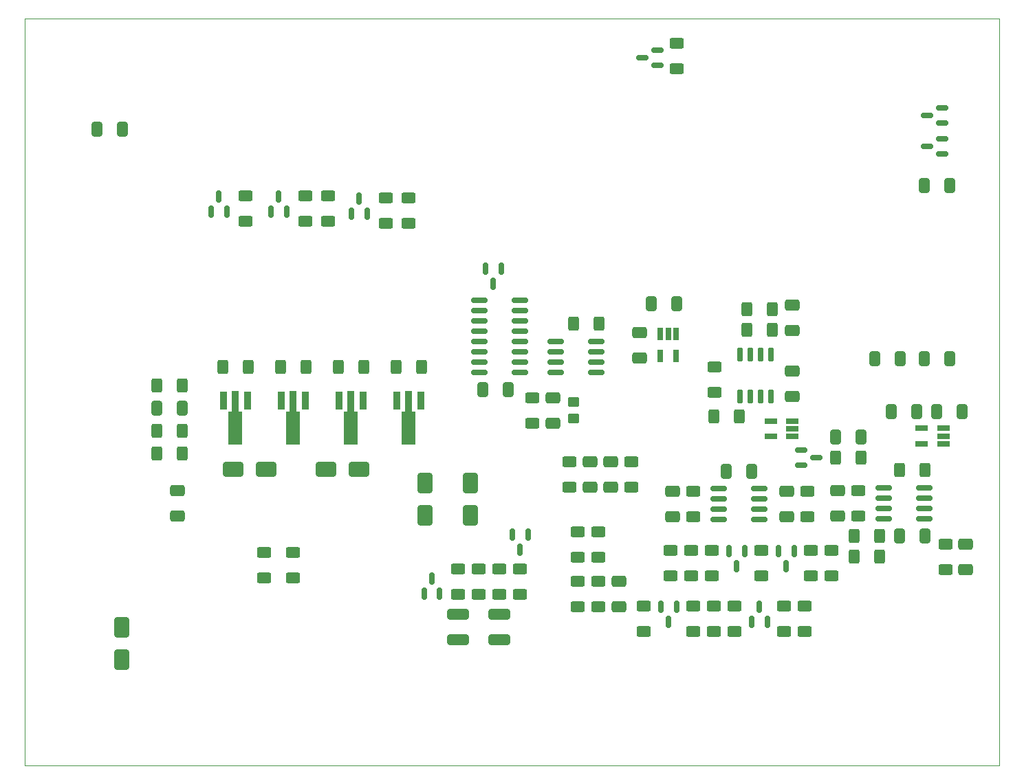
<source format=gbr>
%TF.GenerationSoftware,KiCad,Pcbnew,7.0.7*%
%TF.CreationDate,2025-07-01T12:31:18-10:00*%
%TF.ProjectId,Controller,436f6e74-726f-46c6-9c65-722e6b696361,New*%
%TF.SameCoordinates,Original*%
%TF.FileFunction,Paste,Bot*%
%TF.FilePolarity,Positive*%
%FSLAX46Y46*%
G04 Gerber Fmt 4.6, Leading zero omitted, Abs format (unit mm)*
G04 Created by KiCad (PCBNEW 7.0.7) date 2025-07-01 12:31:18*
%MOMM*%
%LPD*%
G01*
G04 APERTURE LIST*
G04 Aperture macros list*
%AMRoundRect*
0 Rectangle with rounded corners*
0 $1 Rounding radius*
0 $2 $3 $4 $5 $6 $7 $8 $9 X,Y pos of 4 corners*
0 Add a 4 corners polygon primitive as box body*
4,1,4,$2,$3,$4,$5,$6,$7,$8,$9,$2,$3,0*
0 Add four circle primitives for the rounded corners*
1,1,$1+$1,$2,$3*
1,1,$1+$1,$4,$5*
1,1,$1+$1,$6,$7*
1,1,$1+$1,$8,$9*
0 Add four rect primitives between the rounded corners*
20,1,$1+$1,$2,$3,$4,$5,0*
20,1,$1+$1,$4,$5,$6,$7,0*
20,1,$1+$1,$6,$7,$8,$9,0*
20,1,$1+$1,$8,$9,$2,$3,0*%
%AMFreePoly0*
4,1,9,5.362500,-0.866500,1.237500,-0.866500,1.237500,-0.450000,-1.237500,-0.450000,-1.237500,0.450000,1.237500,0.450000,1.237500,0.866500,5.362500,0.866500,5.362500,-0.866500,5.362500,-0.866500,$1*%
G04 Aperture macros list end*
%ADD10RoundRect,0.250000X0.625000X-0.400000X0.625000X0.400000X-0.625000X0.400000X-0.625000X-0.400000X0*%
%ADD11RoundRect,0.250000X-0.650000X0.412500X-0.650000X-0.412500X0.650000X-0.412500X0.650000X0.412500X0*%
%ADD12RoundRect,0.250000X-0.625000X0.400000X-0.625000X-0.400000X0.625000X-0.400000X0.625000X0.400000X0*%
%ADD13RoundRect,0.250000X0.412500X0.650000X-0.412500X0.650000X-0.412500X-0.650000X0.412500X-0.650000X0*%
%ADD14RoundRect,0.250000X-0.650000X1.000000X-0.650000X-1.000000X0.650000X-1.000000X0.650000X1.000000X0*%
%ADD15RoundRect,0.250000X-1.000000X-0.650000X1.000000X-0.650000X1.000000X0.650000X-1.000000X0.650000X0*%
%ADD16RoundRect,0.250000X0.650000X-1.000000X0.650000X1.000000X-0.650000X1.000000X-0.650000X-1.000000X0*%
%ADD17RoundRect,0.250000X0.400000X0.625000X-0.400000X0.625000X-0.400000X-0.625000X0.400000X-0.625000X0*%
%ADD18RoundRect,0.250000X-1.075000X0.400000X-1.075000X-0.400000X1.075000X-0.400000X1.075000X0.400000X0*%
%ADD19RoundRect,0.250000X-0.412500X-0.650000X0.412500X-0.650000X0.412500X0.650000X-0.412500X0.650000X0*%
%ADD20RoundRect,0.250000X-0.400000X-0.625000X0.400000X-0.625000X0.400000X0.625000X-0.400000X0.625000X0*%
%ADD21RoundRect,0.250000X0.650000X-0.412500X0.650000X0.412500X-0.650000X0.412500X-0.650000X-0.412500X0*%
%ADD22RoundRect,0.150000X0.587500X0.150000X-0.587500X0.150000X-0.587500X-0.150000X0.587500X-0.150000X0*%
%ADD23RoundRect,0.150000X0.825000X0.150000X-0.825000X0.150000X-0.825000X-0.150000X0.825000X-0.150000X0*%
%ADD24RoundRect,0.150000X-0.150000X0.587500X-0.150000X-0.587500X0.150000X-0.587500X0.150000X0.587500X0*%
%ADD25RoundRect,0.150000X0.150000X-0.587500X0.150000X0.587500X-0.150000X0.587500X-0.150000X-0.587500X0*%
%ADD26RoundRect,0.150000X-0.825000X-0.150000X0.825000X-0.150000X0.825000X0.150000X-0.825000X0.150000X0*%
%ADD27R,1.560000X0.650000*%
%ADD28RoundRect,0.150000X0.150000X-0.725000X0.150000X0.725000X-0.150000X0.725000X-0.150000X-0.725000X0*%
%ADD29R,0.650000X1.560000*%
%ADD30RoundRect,0.250000X0.450000X-0.350000X0.450000X0.350000X-0.450000X0.350000X-0.450000X-0.350000X0*%
%ADD31RoundRect,0.150000X-0.587500X-0.150000X0.587500X-0.150000X0.587500X0.150000X-0.587500X0.150000X0*%
%ADD32R,0.900000X2.300000*%
%ADD33FreePoly0,270.000000*%
%TA.AperFunction,Profile*%
%ADD34C,0.050000*%
%TD*%
G04 APERTURE END LIST*
D10*
%TO.C,R47*%
X109728000Y-128042000D03*
X109728000Y-124942000D03*
%TD*%
D11*
%TO.C,C29*%
X111252000Y-110197500D03*
X111252000Y-113322500D03*
%TD*%
%TO.C,C30*%
X113792000Y-110197500D03*
X113792000Y-113322500D03*
%TD*%
%TO.C,C31*%
X114808000Y-124929500D03*
X114808000Y-128054500D03*
%TD*%
D12*
%TO.C,R48*%
X116332000Y-110210000D03*
X116332000Y-113310000D03*
%TD*%
%TO.C,R49*%
X108712000Y-110210000D03*
X108712000Y-113310000D03*
%TD*%
D10*
%TO.C,R50*%
X112268000Y-128042000D03*
X112268000Y-124942000D03*
%TD*%
D13*
%TO.C,C5*%
X53632500Y-69215000D03*
X50507500Y-69215000D03*
%TD*%
D14*
%TO.C,D1*%
X53594000Y-130588000D03*
X53594000Y-134588000D03*
%TD*%
D11*
%TO.C,C4*%
X60452000Y-113753500D03*
X60452000Y-116878500D03*
%TD*%
D15*
%TO.C,D2*%
X67310000Y-111125000D03*
X71310000Y-111125000D03*
%TD*%
D16*
%TO.C,D4*%
X90932000Y-116808000D03*
X90932000Y-112808000D03*
%TD*%
D10*
%TO.C,R12*%
X123698000Y-124232000D03*
X123698000Y-121132000D03*
%TD*%
%TO.C,R18*%
X126238000Y-124232000D03*
X126238000Y-121132000D03*
%TD*%
%TO.C,R17*%
X121158000Y-124232000D03*
X121158000Y-121132000D03*
%TD*%
%TO.C,R22*%
X138010500Y-116993000D03*
X138010500Y-113893000D03*
%TD*%
D17*
%TO.C,R33*%
X76226000Y-98552000D03*
X73126000Y-98552000D03*
%TD*%
D11*
%TO.C,C28*%
X135470500Y-113880500D03*
X135470500Y-117005500D03*
%TD*%
D17*
%TO.C,R34*%
X69114000Y-98552000D03*
X66014000Y-98552000D03*
%TD*%
D12*
%TO.C,R11*%
X123952000Y-127990000D03*
X123952000Y-131090000D03*
%TD*%
%TO.C,R45*%
X109728000Y-118846000D03*
X109728000Y-121946000D03*
%TD*%
%TO.C,R46*%
X112268000Y-118846000D03*
X112268000Y-121946000D03*
%TD*%
D10*
%TO.C,R39*%
X94996000Y-126518000D03*
X94996000Y-123418000D03*
%TD*%
D12*
%TO.C,R35*%
X97536000Y-123444000D03*
X97536000Y-126544000D03*
%TD*%
D18*
%TO.C,R43*%
X94996000Y-129006000D03*
X94996000Y-132106000D03*
%TD*%
D10*
%TO.C,R15*%
X126492000Y-131090000D03*
X126492000Y-127990000D03*
%TD*%
D16*
%TO.C,D5*%
X96520000Y-116808000D03*
X96520000Y-112808000D03*
%TD*%
D19*
%TO.C,C10*%
X57873500Y-103632000D03*
X60998500Y-103632000D03*
%TD*%
D12*
%TO.C,R36*%
X102616000Y-123418000D03*
X102616000Y-126518000D03*
%TD*%
D17*
%TO.C,R25*%
X60986000Y-100838000D03*
X57886000Y-100838000D03*
%TD*%
%TO.C,R23*%
X60986000Y-109220000D03*
X57886000Y-109220000D03*
%TD*%
D20*
%TO.C,R24*%
X57886000Y-106426000D03*
X60986000Y-106426000D03*
%TD*%
D18*
%TO.C,R44*%
X100076000Y-129006000D03*
X100076000Y-132106000D03*
%TD*%
D15*
%TO.C,D3*%
X78740000Y-111125000D03*
X82740000Y-111125000D03*
%TD*%
D10*
%TO.C,R40*%
X100076000Y-126518000D03*
X100076000Y-123418000D03*
%TD*%
D21*
%TO.C,C12*%
X117282000Y-97400500D03*
X117282000Y-94275500D03*
%TD*%
D11*
%TO.C,C27*%
X121412000Y-113880500D03*
X121412000Y-117005500D03*
%TD*%
D22*
%TO.C,D18*%
X154607500Y-66614000D03*
X154607500Y-68514000D03*
X152732500Y-67564000D03*
%TD*%
D19*
%TO.C,C6*%
X152361500Y-76200000D03*
X155486500Y-76200000D03*
%TD*%
D10*
%TO.C,R37*%
X71120000Y-124486000D03*
X71120000Y-121386000D03*
%TD*%
D23*
%TO.C,U5*%
X152335000Y-113411000D03*
X152335000Y-114681000D03*
X152335000Y-115951000D03*
X152335000Y-117221000D03*
X147385000Y-117221000D03*
X147385000Y-115951000D03*
X147385000Y-114681000D03*
X147385000Y-113411000D03*
%TD*%
D10*
%TO.C,R19*%
X132334000Y-124232000D03*
X132334000Y-121132000D03*
%TD*%
%TO.C,R27*%
X117856000Y-131090000D03*
X117856000Y-127990000D03*
%TD*%
D24*
%TO.C,D9*%
X101666000Y-119204500D03*
X103566000Y-119204500D03*
X102616000Y-121079500D03*
%TD*%
D13*
%TO.C,C14*%
X149390500Y-97536000D03*
X146265500Y-97536000D03*
%TD*%
D25*
%TO.C,D14*%
X73848000Y-79423500D03*
X71948000Y-79423500D03*
X72898000Y-77548500D03*
%TD*%
D10*
%TO.C,R5*%
X144272000Y-116866000D03*
X144272000Y-113766000D03*
%TD*%
D13*
%TO.C,C16*%
X151461000Y-104011000D03*
X148336000Y-104011000D03*
%TD*%
D10*
%TO.C,R16*%
X137668000Y-131090000D03*
X137668000Y-127990000D03*
%TD*%
D26*
%TO.C,U9*%
X106999000Y-99187000D03*
X106999000Y-97917000D03*
X106999000Y-96647000D03*
X106999000Y-95377000D03*
X111949000Y-95377000D03*
X111949000Y-96647000D03*
X111949000Y-97917000D03*
X111949000Y-99187000D03*
%TD*%
D11*
%TO.C,C19*%
X157480000Y-120357500D03*
X157480000Y-123482500D03*
%TD*%
D10*
%TO.C,R21*%
X123952000Y-116993000D03*
X123952000Y-113893000D03*
%TD*%
D24*
%TO.C,D6*%
X98364000Y-86438500D03*
X100264000Y-86438500D03*
X99314000Y-88313500D03*
%TD*%
D25*
%TO.C,D13*%
X133030000Y-129969500D03*
X131130000Y-129969500D03*
X132080000Y-128094500D03*
%TD*%
D24*
%TO.C,D12*%
X134432000Y-121236500D03*
X136332000Y-121236500D03*
X135382000Y-123111500D03*
%TD*%
D27*
%TO.C,U4*%
X154766000Y-106109000D03*
X154766000Y-107059000D03*
X154766000Y-108009000D03*
X152066000Y-108009000D03*
X152066000Y-106109000D03*
%TD*%
D10*
%TO.C,R29*%
X104140000Y-105436000D03*
X104140000Y-102336000D03*
%TD*%
D17*
%TO.C,R31*%
X83338000Y-98552000D03*
X80238000Y-98552000D03*
%TD*%
D10*
%TO.C,R53*%
X86106000Y-80798000D03*
X86106000Y-77698000D03*
%TD*%
D13*
%TO.C,C25*%
X101130500Y-101346000D03*
X98005500Y-101346000D03*
%TD*%
D17*
%TO.C,R26*%
X112294000Y-93218000D03*
X109194000Y-93218000D03*
%TD*%
%TO.C,R10*%
X133630000Y-93980000D03*
X130530000Y-93980000D03*
%TD*%
D23*
%TO.C,U8*%
X132015000Y-113538000D03*
X132015000Y-114808000D03*
X132015000Y-116078000D03*
X132015000Y-117348000D03*
X127065000Y-117348000D03*
X127065000Y-116078000D03*
X127065000Y-114808000D03*
X127065000Y-113538000D03*
%TD*%
D20*
%TO.C,R2*%
X149326000Y-111252000D03*
X152426000Y-111252000D03*
%TD*%
%TO.C,R3*%
X143738000Y-119380000D03*
X146838000Y-119380000D03*
%TD*%
D10*
%TO.C,R38*%
X74676000Y-124486000D03*
X74676000Y-121386000D03*
%TD*%
D13*
%TO.C,C13*%
X155486500Y-97536000D03*
X152361500Y-97536000D03*
%TD*%
D12*
%TO.C,R1*%
X155000000Y-120370000D03*
X155000000Y-123470000D03*
%TD*%
D22*
%TO.C,D19*%
X119555500Y-59502000D03*
X119555500Y-61402000D03*
X117680500Y-60452000D03*
%TD*%
D10*
%TO.C,R20*%
X140970000Y-124232000D03*
X140970000Y-121132000D03*
%TD*%
D17*
%TO.C,R9*%
X133630000Y-91440000D03*
X130530000Y-91440000D03*
%TD*%
D10*
%TO.C,R28*%
X135128000Y-131090000D03*
X135128000Y-127990000D03*
%TD*%
D25*
%TO.C,D16*%
X66482000Y-79423500D03*
X64582000Y-79423500D03*
X65532000Y-77548500D03*
%TD*%
D24*
%TO.C,D11*%
X119954000Y-128094500D03*
X121854000Y-128094500D03*
X120904000Y-129969500D03*
%TD*%
D28*
%TO.C,U7*%
X133477000Y-102143000D03*
X132207000Y-102143000D03*
X130937000Y-102143000D03*
X129667000Y-102143000D03*
X129667000Y-96993000D03*
X130937000Y-96993000D03*
X132207000Y-96993000D03*
X133477000Y-96993000D03*
%TD*%
D12*
%TO.C,R42*%
X88900000Y-77698000D03*
X88900000Y-80798000D03*
%TD*%
D29*
%TO.C,U3*%
X119888000Y-94488000D03*
X120838000Y-94488000D03*
X121788000Y-94488000D03*
X121788000Y-97188000D03*
X119888000Y-97188000D03*
%TD*%
D19*
%TO.C,C21*%
X141439500Y-107188000D03*
X144564500Y-107188000D03*
%TD*%
D24*
%TO.C,D10*%
X128336000Y-121236500D03*
X130236000Y-121236500D03*
X129286000Y-123111500D03*
%TD*%
D19*
%TO.C,C18*%
X149313500Y-119380000D03*
X152438500Y-119380000D03*
%TD*%
D12*
%TO.C,R55*%
X121920000Y-58648000D03*
X121920000Y-61748000D03*
%TD*%
D21*
%TO.C,C17*%
X136144000Y-102146500D03*
X136144000Y-99021500D03*
%TD*%
D26*
%TO.C,U10*%
X97601000Y-99187000D03*
X97601000Y-97917000D03*
X97601000Y-96647000D03*
X97601000Y-95377000D03*
X97601000Y-94107000D03*
X97601000Y-92837000D03*
X97601000Y-91567000D03*
X97601000Y-90297000D03*
X102551000Y-90297000D03*
X102551000Y-91567000D03*
X102551000Y-92837000D03*
X102551000Y-94107000D03*
X102551000Y-95377000D03*
X102551000Y-96647000D03*
X102551000Y-97917000D03*
X102551000Y-99187000D03*
%TD*%
D10*
%TO.C,R7*%
X126544000Y-101626000D03*
X126544000Y-98526000D03*
%TD*%
D12*
%TO.C,R41*%
X78994000Y-77444000D03*
X78994000Y-80544000D03*
%TD*%
D21*
%TO.C,C22*%
X136144000Y-94018500D03*
X136144000Y-90893500D03*
%TD*%
D19*
%TO.C,C11*%
X118767500Y-90758000D03*
X121892500Y-90758000D03*
%TD*%
D30*
%TO.C,R30*%
X109220000Y-104886000D03*
X109220000Y-102886000D03*
%TD*%
D20*
%TO.C,R6*%
X141452000Y-109728000D03*
X144552000Y-109728000D03*
%TD*%
D21*
%TO.C,C24*%
X106680000Y-105448500D03*
X106680000Y-102323500D03*
%TD*%
D12*
%TO.C,R14*%
X138430000Y-121132000D03*
X138430000Y-124232000D03*
%TD*%
D10*
%TO.C,R52*%
X76200000Y-80544000D03*
X76200000Y-77444000D03*
%TD*%
D22*
%TO.C,D17*%
X154607500Y-70424000D03*
X154607500Y-72324000D03*
X152732500Y-71374000D03*
%TD*%
D12*
%TO.C,R54*%
X68834000Y-77444000D03*
X68834000Y-80544000D03*
%TD*%
D20*
%TO.C,R8*%
X126492000Y-104648000D03*
X129592000Y-104648000D03*
%TD*%
D31*
%TO.C,D7*%
X137238500Y-110678000D03*
X137238500Y-108778000D03*
X139113500Y-109728000D03*
%TD*%
D27*
%TO.C,U6*%
X136144000Y-105222000D03*
X136144000Y-106172000D03*
X136144000Y-107122000D03*
X133444000Y-107122000D03*
X133444000Y-105222000D03*
%TD*%
D19*
%TO.C,C26*%
X127977500Y-111379000D03*
X131102500Y-111379000D03*
%TD*%
D17*
%TO.C,R32*%
X90450000Y-98552000D03*
X87350000Y-98552000D03*
%TD*%
D32*
%TO.C,Q2*%
X73176000Y-102706000D03*
D33*
X74676000Y-102793500D03*
D32*
X76176000Y-102706000D03*
%TD*%
D12*
%TO.C,R13*%
X129032000Y-127990000D03*
X129032000Y-131090000D03*
%TD*%
D25*
%TO.C,D15*%
X83754000Y-79677500D03*
X81854000Y-79677500D03*
X82804000Y-77802500D03*
%TD*%
D32*
%TO.C,Q4*%
X87400000Y-102706000D03*
D33*
X88900000Y-102793500D03*
D32*
X90400000Y-102706000D03*
%TD*%
D17*
%TO.C,R4*%
X146838000Y-121920000D03*
X143738000Y-121920000D03*
%TD*%
D25*
%TO.C,D8*%
X92710000Y-126492000D03*
X90810000Y-126492000D03*
X91760000Y-124617000D03*
%TD*%
D32*
%TO.C,Q3*%
X80288000Y-102706000D03*
D33*
X81788000Y-102793500D03*
D32*
X83288000Y-102706000D03*
%TD*%
D11*
%TO.C,C20*%
X141732000Y-113753500D03*
X141732000Y-116878500D03*
%TD*%
D32*
%TO.C,Q1*%
X66064000Y-102706000D03*
D33*
X67564000Y-102793500D03*
D32*
X69064000Y-102706000D03*
%TD*%
D19*
%TO.C,C15*%
X153924000Y-104011000D03*
X157049000Y-104011000D03*
%TD*%
D34*
X161600000Y-147600000D02*
X41600000Y-147600000D01*
X41600000Y-147600000D02*
X41600000Y-55600000D01*
X41600000Y-55600000D02*
X161600000Y-55600000D01*
X161600000Y-55600000D02*
X161600000Y-147600000D01*
M02*

</source>
